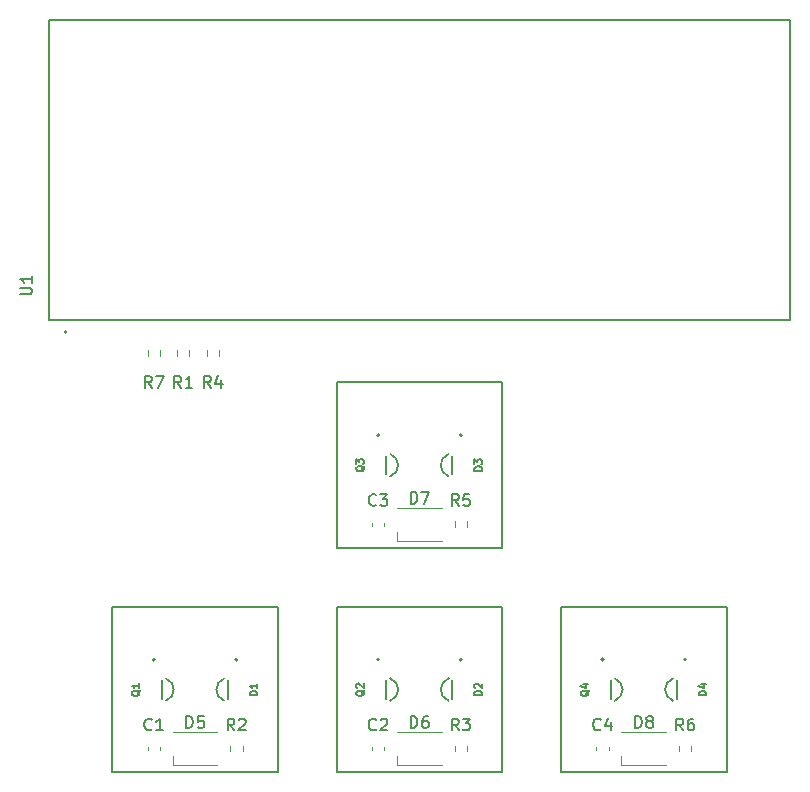
<source format=gto>
%TF.GenerationSoftware,KiCad,Pcbnew,(6.0.7)*%
%TF.CreationDate,2022-08-25T16:09:55+02:00*%
%TF.ProjectId,esp32-minikeyboard-pcb,65737033-322d-46d6-996e-696b6579626f,rev?*%
%TF.SameCoordinates,Original*%
%TF.FileFunction,Legend,Top*%
%TF.FilePolarity,Positive*%
%FSLAX46Y46*%
G04 Gerber Fmt 4.6, Leading zero omitted, Abs format (unit mm)*
G04 Created by KiCad (PCBNEW (6.0.7)) date 2022-08-25 16:09:55*
%MOMM*%
%LPD*%
G01*
G04 APERTURE LIST*
%ADD10C,0.150000*%
%ADD11C,0.127000*%
%ADD12C,0.200000*%
%ADD13C,0.120000*%
G04 APERTURE END LIST*
D10*
X92000000Y-96500000D02*
X78000000Y-96500000D01*
X78000000Y-115500000D02*
X78000000Y-101500000D01*
X92000000Y-101500000D02*
X92000000Y-115500000D01*
X78000000Y-96500000D02*
X78000000Y-82500000D01*
X92000000Y-115500000D02*
X78000000Y-115500000D01*
X73000000Y-101500000D02*
X73000000Y-115500000D01*
X78000000Y-82500000D02*
X92000000Y-82500000D01*
X78000000Y-101500000D02*
X92000000Y-101500000D01*
X97000000Y-115500000D02*
X97000000Y-101500000D01*
X111000000Y-115500000D02*
X97000000Y-115500000D01*
X59000000Y-101500000D02*
X73000000Y-101500000D01*
X97000000Y-101500000D02*
X111000000Y-101500000D01*
X59000000Y-115500000D02*
X59000000Y-101500000D01*
X111000000Y-101500000D02*
X111000000Y-115500000D01*
X92000000Y-82500000D02*
X92000000Y-96500000D01*
X73000000Y-115500000D02*
X59000000Y-115500000D01*
%TO.C,D4*%
X109289523Y-108972380D02*
X108649523Y-108972380D01*
X108649523Y-108820000D01*
X108680000Y-108728571D01*
X108740952Y-108667619D01*
X108801904Y-108637142D01*
X108923809Y-108606666D01*
X109015238Y-108606666D01*
X109137142Y-108637142D01*
X109198095Y-108667619D01*
X109259047Y-108728571D01*
X109289523Y-108820000D01*
X109289523Y-108972380D01*
X108862857Y-108058095D02*
X109289523Y-108058095D01*
X108619047Y-108210476D02*
X109076190Y-108362857D01*
X109076190Y-107966666D01*
%TO.C,Q2*%
X80350476Y-108560952D02*
X80320000Y-108621904D01*
X80259047Y-108682857D01*
X80167619Y-108774285D01*
X80137142Y-108835238D01*
X80137142Y-108896190D01*
X80289523Y-108865714D02*
X80259047Y-108926666D01*
X80198095Y-108987619D01*
X80076190Y-109018095D01*
X79862857Y-109018095D01*
X79740952Y-108987619D01*
X79680000Y-108926666D01*
X79649523Y-108865714D01*
X79649523Y-108743809D01*
X79680000Y-108682857D01*
X79740952Y-108621904D01*
X79862857Y-108591428D01*
X80076190Y-108591428D01*
X80198095Y-108621904D01*
X80259047Y-108682857D01*
X80289523Y-108743809D01*
X80289523Y-108865714D01*
X79710476Y-108347619D02*
X79680000Y-108317142D01*
X79649523Y-108256190D01*
X79649523Y-108103809D01*
X79680000Y-108042857D01*
X79710476Y-108012380D01*
X79771428Y-107981904D01*
X79832380Y-107981904D01*
X79923809Y-108012380D01*
X80289523Y-108378095D01*
X80289523Y-107981904D01*
%TO.C,R7*%
X62333333Y-82952380D02*
X62000000Y-82476190D01*
X61761904Y-82952380D02*
X61761904Y-81952380D01*
X62142857Y-81952380D01*
X62238095Y-82000000D01*
X62285714Y-82047619D01*
X62333333Y-82142857D01*
X62333333Y-82285714D01*
X62285714Y-82380952D01*
X62238095Y-82428571D01*
X62142857Y-82476190D01*
X61761904Y-82476190D01*
X62666666Y-81952380D02*
X63333333Y-81952380D01*
X62904761Y-82952380D01*
%TO.C,R6*%
X107333333Y-111952380D02*
X107000000Y-111476190D01*
X106761904Y-111952380D02*
X106761904Y-110952380D01*
X107142857Y-110952380D01*
X107238095Y-111000000D01*
X107285714Y-111047619D01*
X107333333Y-111142857D01*
X107333333Y-111285714D01*
X107285714Y-111380952D01*
X107238095Y-111428571D01*
X107142857Y-111476190D01*
X106761904Y-111476190D01*
X108190476Y-110952380D02*
X108000000Y-110952380D01*
X107904761Y-111000000D01*
X107857142Y-111047619D01*
X107761904Y-111190476D01*
X107714285Y-111380952D01*
X107714285Y-111761904D01*
X107761904Y-111857142D01*
X107809523Y-111904761D01*
X107904761Y-111952380D01*
X108095238Y-111952380D01*
X108190476Y-111904761D01*
X108238095Y-111857142D01*
X108285714Y-111761904D01*
X108285714Y-111523809D01*
X108238095Y-111428571D01*
X108190476Y-111380952D01*
X108095238Y-111333333D01*
X107904761Y-111333333D01*
X107809523Y-111380952D01*
X107761904Y-111428571D01*
X107714285Y-111523809D01*
%TO.C,D1*%
X71289523Y-108972380D02*
X70649523Y-108972380D01*
X70649523Y-108820000D01*
X70680000Y-108728571D01*
X70740952Y-108667619D01*
X70801904Y-108637142D01*
X70923809Y-108606666D01*
X71015238Y-108606666D01*
X71137142Y-108637142D01*
X71198095Y-108667619D01*
X71259047Y-108728571D01*
X71289523Y-108820000D01*
X71289523Y-108972380D01*
X71289523Y-107997142D02*
X71289523Y-108362857D01*
X71289523Y-108180000D02*
X70649523Y-108180000D01*
X70740952Y-108240952D01*
X70801904Y-108301904D01*
X70832380Y-108362857D01*
%TO.C,Q1*%
X61350476Y-108560952D02*
X61320000Y-108621904D01*
X61259047Y-108682857D01*
X61167619Y-108774285D01*
X61137142Y-108835238D01*
X61137142Y-108896190D01*
X61289523Y-108865714D02*
X61259047Y-108926666D01*
X61198095Y-108987619D01*
X61076190Y-109018095D01*
X60862857Y-109018095D01*
X60740952Y-108987619D01*
X60680000Y-108926666D01*
X60649523Y-108865714D01*
X60649523Y-108743809D01*
X60680000Y-108682857D01*
X60740952Y-108621904D01*
X60862857Y-108591428D01*
X61076190Y-108591428D01*
X61198095Y-108621904D01*
X61259047Y-108682857D01*
X61289523Y-108743809D01*
X61289523Y-108865714D01*
X61289523Y-107981904D02*
X61289523Y-108347619D01*
X61289523Y-108164761D02*
X60649523Y-108164761D01*
X60740952Y-108225714D01*
X60801904Y-108286666D01*
X60832380Y-108347619D01*
%TO.C,R1*%
X64833333Y-82952380D02*
X64500000Y-82476190D01*
X64261904Y-82952380D02*
X64261904Y-81952380D01*
X64642857Y-81952380D01*
X64738095Y-82000000D01*
X64785714Y-82047619D01*
X64833333Y-82142857D01*
X64833333Y-82285714D01*
X64785714Y-82380952D01*
X64738095Y-82428571D01*
X64642857Y-82476190D01*
X64261904Y-82476190D01*
X65785714Y-82952380D02*
X65214285Y-82952380D01*
X65500000Y-82952380D02*
X65500000Y-81952380D01*
X65404761Y-82095238D01*
X65309523Y-82190476D01*
X65214285Y-82238095D01*
%TO.C,D6*%
X84261904Y-111752380D02*
X84261904Y-110752380D01*
X84500000Y-110752380D01*
X84642857Y-110800000D01*
X84738095Y-110895238D01*
X84785714Y-110990476D01*
X84833333Y-111180952D01*
X84833333Y-111323809D01*
X84785714Y-111514285D01*
X84738095Y-111609523D01*
X84642857Y-111704761D01*
X84500000Y-111752380D01*
X84261904Y-111752380D01*
X85690476Y-110752380D02*
X85500000Y-110752380D01*
X85404761Y-110800000D01*
X85357142Y-110847619D01*
X85261904Y-110990476D01*
X85214285Y-111180952D01*
X85214285Y-111561904D01*
X85261904Y-111657142D01*
X85309523Y-111704761D01*
X85404761Y-111752380D01*
X85595238Y-111752380D01*
X85690476Y-111704761D01*
X85738095Y-111657142D01*
X85785714Y-111561904D01*
X85785714Y-111323809D01*
X85738095Y-111228571D01*
X85690476Y-111180952D01*
X85595238Y-111133333D01*
X85404761Y-111133333D01*
X85309523Y-111180952D01*
X85261904Y-111228571D01*
X85214285Y-111323809D01*
%TO.C,C1*%
X62333333Y-111857142D02*
X62285714Y-111904761D01*
X62142857Y-111952380D01*
X62047619Y-111952380D01*
X61904761Y-111904761D01*
X61809523Y-111809523D01*
X61761904Y-111714285D01*
X61714285Y-111523809D01*
X61714285Y-111380952D01*
X61761904Y-111190476D01*
X61809523Y-111095238D01*
X61904761Y-111000000D01*
X62047619Y-110952380D01*
X62142857Y-110952380D01*
X62285714Y-111000000D01*
X62333333Y-111047619D01*
X63285714Y-111952380D02*
X62714285Y-111952380D01*
X63000000Y-111952380D02*
X63000000Y-110952380D01*
X62904761Y-111095238D01*
X62809523Y-111190476D01*
X62714285Y-111238095D01*
%TO.C,D8*%
X103261904Y-111752380D02*
X103261904Y-110752380D01*
X103500000Y-110752380D01*
X103642857Y-110800000D01*
X103738095Y-110895238D01*
X103785714Y-110990476D01*
X103833333Y-111180952D01*
X103833333Y-111323809D01*
X103785714Y-111514285D01*
X103738095Y-111609523D01*
X103642857Y-111704761D01*
X103500000Y-111752380D01*
X103261904Y-111752380D01*
X104404761Y-111180952D02*
X104309523Y-111133333D01*
X104261904Y-111085714D01*
X104214285Y-110990476D01*
X104214285Y-110942857D01*
X104261904Y-110847619D01*
X104309523Y-110800000D01*
X104404761Y-110752380D01*
X104595238Y-110752380D01*
X104690476Y-110800000D01*
X104738095Y-110847619D01*
X104785714Y-110942857D01*
X104785714Y-110990476D01*
X104738095Y-111085714D01*
X104690476Y-111133333D01*
X104595238Y-111180952D01*
X104404761Y-111180952D01*
X104309523Y-111228571D01*
X104261904Y-111276190D01*
X104214285Y-111371428D01*
X104214285Y-111561904D01*
X104261904Y-111657142D01*
X104309523Y-111704761D01*
X104404761Y-111752380D01*
X104595238Y-111752380D01*
X104690476Y-111704761D01*
X104738095Y-111657142D01*
X104785714Y-111561904D01*
X104785714Y-111371428D01*
X104738095Y-111276190D01*
X104690476Y-111228571D01*
X104595238Y-111180952D01*
%TO.C,C2*%
X81333333Y-111857142D02*
X81285714Y-111904761D01*
X81142857Y-111952380D01*
X81047619Y-111952380D01*
X80904761Y-111904761D01*
X80809523Y-111809523D01*
X80761904Y-111714285D01*
X80714285Y-111523809D01*
X80714285Y-111380952D01*
X80761904Y-111190476D01*
X80809523Y-111095238D01*
X80904761Y-111000000D01*
X81047619Y-110952380D01*
X81142857Y-110952380D01*
X81285714Y-111000000D01*
X81333333Y-111047619D01*
X81714285Y-111047619D02*
X81761904Y-111000000D01*
X81857142Y-110952380D01*
X82095238Y-110952380D01*
X82190476Y-111000000D01*
X82238095Y-111047619D01*
X82285714Y-111142857D01*
X82285714Y-111238095D01*
X82238095Y-111380952D01*
X81666666Y-111952380D01*
X82285714Y-111952380D01*
%TO.C,U1*%
X51197380Y-75036904D02*
X52006904Y-75036904D01*
X52102142Y-74989285D01*
X52149761Y-74941666D01*
X52197380Y-74846428D01*
X52197380Y-74655952D01*
X52149761Y-74560714D01*
X52102142Y-74513095D01*
X52006904Y-74465476D01*
X51197380Y-74465476D01*
X52197380Y-73465476D02*
X52197380Y-74036904D01*
X52197380Y-73751190D02*
X51197380Y-73751190D01*
X51340238Y-73846428D01*
X51435476Y-73941666D01*
X51483095Y-74036904D01*
%TO.C,D5*%
X65261904Y-111752380D02*
X65261904Y-110752380D01*
X65500000Y-110752380D01*
X65642857Y-110800000D01*
X65738095Y-110895238D01*
X65785714Y-110990476D01*
X65833333Y-111180952D01*
X65833333Y-111323809D01*
X65785714Y-111514285D01*
X65738095Y-111609523D01*
X65642857Y-111704761D01*
X65500000Y-111752380D01*
X65261904Y-111752380D01*
X66738095Y-110752380D02*
X66261904Y-110752380D01*
X66214285Y-111228571D01*
X66261904Y-111180952D01*
X66357142Y-111133333D01*
X66595238Y-111133333D01*
X66690476Y-111180952D01*
X66738095Y-111228571D01*
X66785714Y-111323809D01*
X66785714Y-111561904D01*
X66738095Y-111657142D01*
X66690476Y-111704761D01*
X66595238Y-111752380D01*
X66357142Y-111752380D01*
X66261904Y-111704761D01*
X66214285Y-111657142D01*
%TO.C,D3*%
X90289523Y-89972380D02*
X89649523Y-89972380D01*
X89649523Y-89820000D01*
X89680000Y-89728571D01*
X89740952Y-89667619D01*
X89801904Y-89637142D01*
X89923809Y-89606666D01*
X90015238Y-89606666D01*
X90137142Y-89637142D01*
X90198095Y-89667619D01*
X90259047Y-89728571D01*
X90289523Y-89820000D01*
X90289523Y-89972380D01*
X89649523Y-89393333D02*
X89649523Y-88997142D01*
X89893333Y-89210476D01*
X89893333Y-89119047D01*
X89923809Y-89058095D01*
X89954285Y-89027619D01*
X90015238Y-88997142D01*
X90167619Y-88997142D01*
X90228571Y-89027619D01*
X90259047Y-89058095D01*
X90289523Y-89119047D01*
X90289523Y-89301904D01*
X90259047Y-89362857D01*
X90228571Y-89393333D01*
%TO.C,R2*%
X69333333Y-111952380D02*
X69000000Y-111476190D01*
X68761904Y-111952380D02*
X68761904Y-110952380D01*
X69142857Y-110952380D01*
X69238095Y-111000000D01*
X69285714Y-111047619D01*
X69333333Y-111142857D01*
X69333333Y-111285714D01*
X69285714Y-111380952D01*
X69238095Y-111428571D01*
X69142857Y-111476190D01*
X68761904Y-111476190D01*
X69714285Y-111047619D02*
X69761904Y-111000000D01*
X69857142Y-110952380D01*
X70095238Y-110952380D01*
X70190476Y-111000000D01*
X70238095Y-111047619D01*
X70285714Y-111142857D01*
X70285714Y-111238095D01*
X70238095Y-111380952D01*
X69666666Y-111952380D01*
X70285714Y-111952380D01*
%TO.C,R3*%
X88333333Y-111952380D02*
X88000000Y-111476190D01*
X87761904Y-111952380D02*
X87761904Y-110952380D01*
X88142857Y-110952380D01*
X88238095Y-111000000D01*
X88285714Y-111047619D01*
X88333333Y-111142857D01*
X88333333Y-111285714D01*
X88285714Y-111380952D01*
X88238095Y-111428571D01*
X88142857Y-111476190D01*
X87761904Y-111476190D01*
X88666666Y-110952380D02*
X89285714Y-110952380D01*
X88952380Y-111333333D01*
X89095238Y-111333333D01*
X89190476Y-111380952D01*
X89238095Y-111428571D01*
X89285714Y-111523809D01*
X89285714Y-111761904D01*
X89238095Y-111857142D01*
X89190476Y-111904761D01*
X89095238Y-111952380D01*
X88809523Y-111952380D01*
X88714285Y-111904761D01*
X88666666Y-111857142D01*
%TO.C,R5*%
X88333333Y-92952380D02*
X88000000Y-92476190D01*
X87761904Y-92952380D02*
X87761904Y-91952380D01*
X88142857Y-91952380D01*
X88238095Y-92000000D01*
X88285714Y-92047619D01*
X88333333Y-92142857D01*
X88333333Y-92285714D01*
X88285714Y-92380952D01*
X88238095Y-92428571D01*
X88142857Y-92476190D01*
X87761904Y-92476190D01*
X89238095Y-91952380D02*
X88761904Y-91952380D01*
X88714285Y-92428571D01*
X88761904Y-92380952D01*
X88857142Y-92333333D01*
X89095238Y-92333333D01*
X89190476Y-92380952D01*
X89238095Y-92428571D01*
X89285714Y-92523809D01*
X89285714Y-92761904D01*
X89238095Y-92857142D01*
X89190476Y-92904761D01*
X89095238Y-92952380D01*
X88857142Y-92952380D01*
X88761904Y-92904761D01*
X88714285Y-92857142D01*
%TO.C,Q3*%
X80350476Y-89560952D02*
X80320000Y-89621904D01*
X80259047Y-89682857D01*
X80167619Y-89774285D01*
X80137142Y-89835238D01*
X80137142Y-89896190D01*
X80289523Y-89865714D02*
X80259047Y-89926666D01*
X80198095Y-89987619D01*
X80076190Y-90018095D01*
X79862857Y-90018095D01*
X79740952Y-89987619D01*
X79680000Y-89926666D01*
X79649523Y-89865714D01*
X79649523Y-89743809D01*
X79680000Y-89682857D01*
X79740952Y-89621904D01*
X79862857Y-89591428D01*
X80076190Y-89591428D01*
X80198095Y-89621904D01*
X80259047Y-89682857D01*
X80289523Y-89743809D01*
X80289523Y-89865714D01*
X79649523Y-89378095D02*
X79649523Y-88981904D01*
X79893333Y-89195238D01*
X79893333Y-89103809D01*
X79923809Y-89042857D01*
X79954285Y-89012380D01*
X80015238Y-88981904D01*
X80167619Y-88981904D01*
X80228571Y-89012380D01*
X80259047Y-89042857D01*
X80289523Y-89103809D01*
X80289523Y-89286666D01*
X80259047Y-89347619D01*
X80228571Y-89378095D01*
%TO.C,C3*%
X81333333Y-92857142D02*
X81285714Y-92904761D01*
X81142857Y-92952380D01*
X81047619Y-92952380D01*
X80904761Y-92904761D01*
X80809523Y-92809523D01*
X80761904Y-92714285D01*
X80714285Y-92523809D01*
X80714285Y-92380952D01*
X80761904Y-92190476D01*
X80809523Y-92095238D01*
X80904761Y-92000000D01*
X81047619Y-91952380D01*
X81142857Y-91952380D01*
X81285714Y-92000000D01*
X81333333Y-92047619D01*
X81666666Y-91952380D02*
X82285714Y-91952380D01*
X81952380Y-92333333D01*
X82095238Y-92333333D01*
X82190476Y-92380952D01*
X82238095Y-92428571D01*
X82285714Y-92523809D01*
X82285714Y-92761904D01*
X82238095Y-92857142D01*
X82190476Y-92904761D01*
X82095238Y-92952380D01*
X81809523Y-92952380D01*
X81714285Y-92904761D01*
X81666666Y-92857142D01*
%TO.C,D2*%
X90289523Y-108972380D02*
X89649523Y-108972380D01*
X89649523Y-108820000D01*
X89680000Y-108728571D01*
X89740952Y-108667619D01*
X89801904Y-108637142D01*
X89923809Y-108606666D01*
X90015238Y-108606666D01*
X90137142Y-108637142D01*
X90198095Y-108667619D01*
X90259047Y-108728571D01*
X90289523Y-108820000D01*
X90289523Y-108972380D01*
X89710476Y-108362857D02*
X89680000Y-108332380D01*
X89649523Y-108271428D01*
X89649523Y-108119047D01*
X89680000Y-108058095D01*
X89710476Y-108027619D01*
X89771428Y-107997142D01*
X89832380Y-107997142D01*
X89923809Y-108027619D01*
X90289523Y-108393333D01*
X90289523Y-107997142D01*
%TO.C,C4*%
X100333333Y-111857142D02*
X100285714Y-111904761D01*
X100142857Y-111952380D01*
X100047619Y-111952380D01*
X99904761Y-111904761D01*
X99809523Y-111809523D01*
X99761904Y-111714285D01*
X99714285Y-111523809D01*
X99714285Y-111380952D01*
X99761904Y-111190476D01*
X99809523Y-111095238D01*
X99904761Y-111000000D01*
X100047619Y-110952380D01*
X100142857Y-110952380D01*
X100285714Y-111000000D01*
X100333333Y-111047619D01*
X101190476Y-111285714D02*
X101190476Y-111952380D01*
X100952380Y-110904761D02*
X100714285Y-111619047D01*
X101333333Y-111619047D01*
%TO.C,D7*%
X84261904Y-92752380D02*
X84261904Y-91752380D01*
X84500000Y-91752380D01*
X84642857Y-91800000D01*
X84738095Y-91895238D01*
X84785714Y-91990476D01*
X84833333Y-92180952D01*
X84833333Y-92323809D01*
X84785714Y-92514285D01*
X84738095Y-92609523D01*
X84642857Y-92704761D01*
X84500000Y-92752380D01*
X84261904Y-92752380D01*
X85166666Y-91752380D02*
X85833333Y-91752380D01*
X85404761Y-92752380D01*
%TO.C,Q4*%
X99350476Y-108560952D02*
X99320000Y-108621904D01*
X99259047Y-108682857D01*
X99167619Y-108774285D01*
X99137142Y-108835238D01*
X99137142Y-108896190D01*
X99289523Y-108865714D02*
X99259047Y-108926666D01*
X99198095Y-108987619D01*
X99076190Y-109018095D01*
X98862857Y-109018095D01*
X98740952Y-108987619D01*
X98680000Y-108926666D01*
X98649523Y-108865714D01*
X98649523Y-108743809D01*
X98680000Y-108682857D01*
X98740952Y-108621904D01*
X98862857Y-108591428D01*
X99076190Y-108591428D01*
X99198095Y-108621904D01*
X99259047Y-108682857D01*
X99289523Y-108743809D01*
X99289523Y-108865714D01*
X98862857Y-108042857D02*
X99289523Y-108042857D01*
X98619047Y-108195238D02*
X99076190Y-108347619D01*
X99076190Y-107951428D01*
%TO.C,R4*%
X67333333Y-82952380D02*
X67000000Y-82476190D01*
X66761904Y-82952380D02*
X66761904Y-81952380D01*
X67142857Y-81952380D01*
X67238095Y-82000000D01*
X67285714Y-82047619D01*
X67333333Y-82142857D01*
X67333333Y-82285714D01*
X67285714Y-82380952D01*
X67238095Y-82428571D01*
X67142857Y-82476190D01*
X66761904Y-82476190D01*
X68190476Y-82285714D02*
X68190476Y-82952380D01*
X67952380Y-81904761D02*
X67714285Y-82619047D01*
X68333333Y-82619047D01*
D11*
%TO.C,D4*%
X106800000Y-107720000D02*
X106800000Y-109280000D01*
X106470000Y-107555000D02*
G75*
G03*
X106470000Y-109445000I334642J-945000D01*
G01*
D12*
X107600000Y-105960000D02*
G75*
G03*
X107600000Y-105960000I-100000J0D01*
G01*
D11*
%TO.C,Q2*%
X82200000Y-109280000D02*
X82200000Y-107720000D01*
X82530000Y-109445000D02*
G75*
G03*
X82530000Y-107555000I-334642J945000D01*
G01*
D12*
X81600000Y-105960000D02*
G75*
G03*
X81600000Y-105960000I-100000J0D01*
G01*
D13*
%TO.C,R7*%
X63022500Y-80237258D02*
X63022500Y-79762742D01*
X61977500Y-80237258D02*
X61977500Y-79762742D01*
%TO.C,R6*%
X108022500Y-113737258D02*
X108022500Y-113262742D01*
X106977500Y-113737258D02*
X106977500Y-113262742D01*
D11*
%TO.C,D1*%
X68800000Y-107720000D02*
X68800000Y-109280000D01*
X68470000Y-107555000D02*
G75*
G03*
X68470000Y-109445000I334642J-945000D01*
G01*
D12*
X69600000Y-105960000D02*
G75*
G03*
X69600000Y-105960000I-100000J0D01*
G01*
D11*
%TO.C,Q1*%
X63200000Y-109280000D02*
X63200000Y-107720000D01*
X63530000Y-109445000D02*
G75*
G03*
X63530000Y-107555000I-334642J945000D01*
G01*
D12*
X62600000Y-105960000D02*
G75*
G03*
X62600000Y-105960000I-100000J0D01*
G01*
D13*
%TO.C,R1*%
X65522500Y-79762742D02*
X65522500Y-80237258D01*
X64477500Y-79762742D02*
X64477500Y-80237258D01*
%TO.C,D6*%
X83100000Y-112100000D02*
X86900000Y-112100000D01*
X83100000Y-114900000D02*
X83100000Y-114150000D01*
X83100000Y-114900000D02*
X86900000Y-114900000D01*
%TO.C,C1*%
X61990000Y-113359420D02*
X61990000Y-113640580D01*
X63010000Y-113359420D02*
X63010000Y-113640580D01*
%TO.C,D8*%
X102100000Y-112100000D02*
X105900000Y-112100000D01*
X102100000Y-114900000D02*
X105900000Y-114900000D01*
X102100000Y-114900000D02*
X102100000Y-114150000D01*
%TO.C,C2*%
X80990000Y-113359420D02*
X80990000Y-113640580D01*
X82010000Y-113359420D02*
X82010000Y-113640580D01*
D11*
%TO.C,U1*%
X53630000Y-77200000D02*
X53630000Y-51800000D01*
X116370000Y-77200000D02*
X53630000Y-77200000D01*
X53630000Y-51800000D02*
X116370000Y-51800000D01*
X116370000Y-51800000D02*
X116370000Y-77200000D01*
D12*
X55128000Y-78216000D02*
G75*
G03*
X55128000Y-78216000I-100000J0D01*
G01*
D13*
%TO.C,D5*%
X64100000Y-112100000D02*
X67900000Y-112100000D01*
X64100000Y-114900000D02*
X64100000Y-114150000D01*
X64100000Y-114900000D02*
X67900000Y-114900000D01*
D11*
%TO.C,D3*%
X87800000Y-88720000D02*
X87800000Y-90280000D01*
X87470000Y-88555000D02*
G75*
G03*
X87470000Y-90445000I334642J-945000D01*
G01*
D12*
X88600000Y-86960000D02*
G75*
G03*
X88600000Y-86960000I-100000J0D01*
G01*
D13*
%TO.C,R2*%
X70022500Y-113737258D02*
X70022500Y-113262742D01*
X68977500Y-113737258D02*
X68977500Y-113262742D01*
%TO.C,R3*%
X87977500Y-113737258D02*
X87977500Y-113262742D01*
X89022500Y-113737258D02*
X89022500Y-113262742D01*
%TO.C,R5*%
X89022500Y-94737258D02*
X89022500Y-94262742D01*
X87977500Y-94737258D02*
X87977500Y-94262742D01*
D11*
%TO.C,Q3*%
X82200000Y-90280000D02*
X82200000Y-88720000D01*
X82530000Y-90445000D02*
G75*
G03*
X82530000Y-88555000I-334642J945000D01*
G01*
D12*
X81600000Y-86960000D02*
G75*
G03*
X81600000Y-86960000I-100000J0D01*
G01*
D13*
%TO.C,C3*%
X80990000Y-94359420D02*
X80990000Y-94640580D01*
X82010000Y-94359420D02*
X82010000Y-94640580D01*
D11*
%TO.C,D2*%
X87800000Y-107720000D02*
X87800000Y-109280000D01*
X87470000Y-107555000D02*
G75*
G03*
X87470000Y-109445000I334642J-945000D01*
G01*
D12*
X88600000Y-105960000D02*
G75*
G03*
X88600000Y-105960000I-100000J0D01*
G01*
D13*
%TO.C,C4*%
X99990000Y-113359420D02*
X99990000Y-113640580D01*
X101010000Y-113359420D02*
X101010000Y-113640580D01*
%TO.C,D7*%
X83100000Y-95900000D02*
X83100000Y-95150000D01*
X83100000Y-95900000D02*
X86900000Y-95900000D01*
X83100000Y-93100000D02*
X86900000Y-93100000D01*
D11*
%TO.C,Q4*%
X101200000Y-109280000D02*
X101200000Y-107720000D01*
X101530000Y-109445000D02*
G75*
G03*
X101530000Y-107555000I-334642J945000D01*
G01*
D12*
X100600000Y-105960000D02*
G75*
G03*
X100600000Y-105960000I-100000J0D01*
G01*
D13*
%TO.C,R4*%
X68022500Y-79762742D02*
X68022500Y-80237258D01*
X66977500Y-79762742D02*
X66977500Y-80237258D01*
%TD*%
M02*

</source>
